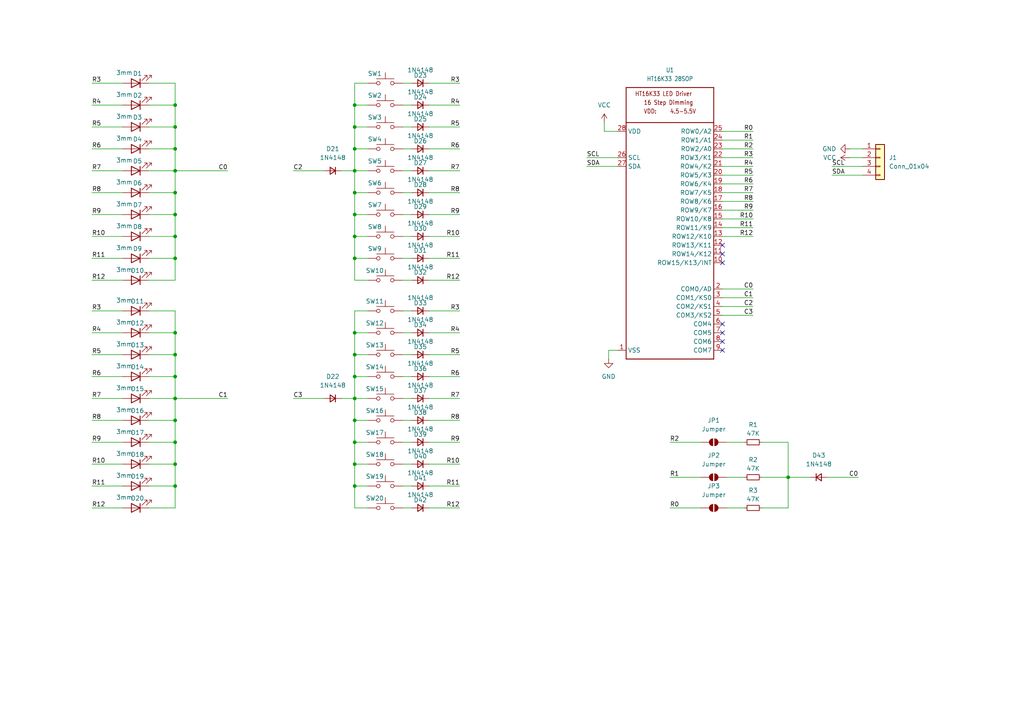
<source format=kicad_sch>
(kicad_sch (version 20231120) (generator "eeschema") (generator_version "8.0")
  (paper "A4")
  (lib_symbols
    (symbol "Connector_Generic:Conn_01x04" (pin_names (offset 1.016) hide)
      (property "Reference" "J" (at 0 5.08 0))
      (property "Value" "Conn_01x04" (at 0 -7.62 0))
      (symbol "Conn_01x04_1_1"
        (rectangle (start -1.27 -4.953) (end 0 -5.207) (stroke (width 0.1524)))
        (rectangle (start -1.27 -2.413) (end 0 -2.667) (stroke (width 0.1524)))
        (rectangle (start -1.27 0.127) (end 0 -0.127) (stroke (width 0.1524)))
        (rectangle (start -1.27 2.667) (end 0 2.413) (stroke (width 0.1524)))
        (rectangle (start -1.27 3.81) (end 1.27 -6.35) (stroke (width 0.254)) (fill (type background)))
        (pin passive line (at -5.08 2.54 0) (length 3.81) (name "Pin_1") (number "1"))
        (pin passive line (at -5.08 0 0) (length 3.81) (name "Pin_2") (number "2"))
        (pin passive line (at -5.08 -2.54 0) (length 3.81) (name "Pin_3") (number "3"))
        (pin passive line (at -5.08 -5.08 0) (length 3.81) (name "Pin_4") (number "4"))
      )
    )
    (symbol "Device:D_Small" (pin_numbers hide) (pin_names (offset 0.254) hide)
      (property "Reference" "D" (at -1.27 2.032 0))
      (property "Value" "D_Small" (at -3.81 -2.032 0))
      (symbol "D_Small_0_1"
        (polyline (pts (xy -0.762 -1.016) (xy -0.762 1.016)) (stroke (width 0.254)))
        (polyline (pts (xy -0.762 0) (xy 0.762 0)))
        (polyline (pts (xy 0.762 -1.016) (xy -0.762 0) (xy 0.762 1.016) (xy 0.762 -1.016)) (stroke (width 0.254)))
      )
      (symbol "D_Small_1_1"
        (pin passive line (at -2.54 0 0) (length 1.778) (name "K") (number "1"))
        (pin passive line (at 2.54 0 180) (length 1.778) (name "A") (number "2"))
      )
    )
    (symbol "Device:LED" (pin_numbers hide) (pin_names (offset 1.016) hide)
      (property "Reference" "D" (at 0 2.54 0))
      (property "Value" "LED" (at 0 -2.54 0))
      (symbol "LED_0_1"
        (polyline (pts (xy -1.27 -1.27) (xy -1.27 1.27)) (stroke (width 0.254)))
        (polyline (pts (xy -1.27 0) (xy 1.27 0)))
        (polyline (pts (xy 1.27 -1.27) (xy 1.27 1.27) (xy -1.27 0) (xy 1.27 -1.27)) (stroke (width 0.254)))
        (polyline (pts (xy -3.048 -0.762) (xy -4.572 -2.286) (xy -3.81 -2.286) (xy -4.572 -2.286) (xy -4.572 -1.524)))
        (polyline (pts (xy -1.778 -0.762) (xy -3.302 -2.286) (xy -2.54 -2.286) (xy -3.302 -2.286) (xy -3.302 -1.524)))
      )
      (symbol "LED_1_1"
        (pin passive line (at -3.81 0 0) (length 2.54) (name "K") (number "1"))
        (pin passive line (at 3.81 0 180) (length 2.54) (name "A") (number "2"))
      )
    )
    (symbol "Device:R_Small" (pin_numbers hide) (pin_names (offset 0.254) hide)
      (property "Reference" "R" (at 0.762 0.508 0))
      (property "Value" "R_Small" (at 0.762 -1.016 0))
      (symbol "R_Small_0_1"
        (rectangle (start -0.762 1.778) (end 0.762 -1.778) (stroke (width 0.2032)))
      )
      (symbol "R_Small_1_1"
        (pin passive line (at 0 2.54 270) (length 0.762) (name "~") (number "1"))
        (pin passive line (at 0 -2.54 90) (length 0.762) (name "~") (number "2"))
      )
    )
    (symbol "Jumper:SolderJumper_2_Open" (pin_numbers hide) (pin_names (offset 0) hide) (exclude_from_sim yes) (in_bom no)
      (property "Reference" "JP" (at 0 2.032 0))
      (property "Value" "SolderJumper_2_Open" (at 0 -2.54 0))
      (symbol "SolderJumper_2_Open_0_1"
        (arc (start -0.254 1.016) (mid -1.2656 0) (end -0.254 -1.016))
        (arc (start -0.254 1.016) (mid -1.2656 0) (end -0.254 -1.016) (fill (type outline)))
        (polyline (pts (xy -0.254 1.016) (xy -0.254 -1.016)))
        (polyline (pts (xy 0.254 1.016) (xy 0.254 -1.016)))
        (arc (start 0.254 -1.016) (mid 1.2656 0) (end 0.254 1.016))
        (arc (start 0.254 -1.016) (mid 1.2656 0) (end 0.254 1.016) (fill (type outline)))
      )
      (symbol "SolderJumper_2_Open_1_1"
        (pin passive line (at -3.81 0 0) (length 2.54) (name "A") (number "1"))
        (pin passive line (at 3.81 0 180) (length 2.54) (name "B") (number "2"))
      )
    )
    (symbol "Switch:SW_Push" (pin_numbers hide) (pin_names (offset 1.016) hide)
      (property "Reference" "SW" (at 1.27 2.54 0))
      (property "Value" "SW_Push" (at 0 -1.524 0))
      (symbol "SW_Push_0_1"
        (circle (center -2.032 0) (radius 0.508))
        (polyline (pts (xy 0 1.27) (xy 0 3.048)))
        (polyline (pts (xy 2.54 1.27) (xy -2.54 1.27)))
        (circle (center 2.032 0) (radius 0.508))
        (pin passive line (at -5.08 0 0) (length 2.54) (name "1") (number "1"))
        (pin passive line (at 5.08 0 180) (length 2.54) (name "2") (number "2"))
      )
    )
    (symbol "ht16k33_sop28:HT16K33_SOP28"
      (property "Reference" "U1" (at -12.7 40.64 0))
      (property "Value" "HT16K33 28SOP" (at -12.7 -43.18 0))
      (symbol "HT16K33_SOP28_1_0"
        (polyline (pts (xy -12.7 -40.64) (xy -12.7 27.94)) (stroke (width 0.254)))
        (polyline (pts (xy -12.7 27.94) (xy -12.7 38.1)) (stroke (width 0.254)))
        (polyline (pts (xy -12.7 27.94) (xy 12.7 27.94)) (stroke (width 0.254)))
        (polyline (pts (xy -12.7 38.1) (xy 12.7 38.1)) (stroke (width 0.254)))
        (polyline (pts (xy 12.7 -40.64) (xy -12.7 -40.64)) (stroke (width 0.254)))
        (polyline (pts (xy 12.7 38.1) (xy 12.7 -40.64)) (stroke (width 0.254)))
        (text "16 Step Dimming" (at -7.62 33.02 0) (effects (font (size 1.27 1.0795)) (justify left bottom)))
        (text "4.5-5.5V" (at 0 30.48 0) (effects (font (size 1.27 1.0795)) (justify left bottom)))
        (text "HT16K33 LED Driver" (at -10.16 35.56 0) (effects (font (size 1.27 1.0795)) (justify left bottom)))
        (text "VDD:" (at -7.62 30.48 0) (effects (font (size 1.27 1.0795)) (justify left bottom)))
        (pin bidirectional line (at -15.24 -38.1 0) (length 2.54) (name "VSS") (number "1"))
        (pin bidirectional line (at 15.24 -12.7 180) (length 2.54) (name "ROW15/K13/INT") (number "10"))
        (pin bidirectional line (at 15.24 -10.16 180) (length 2.54) (name "ROW14/K12") (number "11"))
        (pin bidirectional line (at 15.24 -7.62 180) (length 2.54) (name "ROW13/K11") (number "12"))
        (pin bidirectional line (at 15.24 -5.08 180) (length 2.54) (name "ROW12/K10") (number "13"))
        (pin bidirectional line (at 15.24 -2.54 180) (length 2.54) (name "ROW11/K9") (number "14"))
        (pin bidirectional line (at 15.24 0 180) (length 2.54) (name "ROW10/K8") (number "15"))
        (pin bidirectional line (at 15.24 2.54 180) (length 2.54) (name "ROW9/K7") (number "16"))
        (pin bidirectional line (at 15.24 5.08 180) (length 2.54) (name "ROW8/K6") (number "17"))
        (pin bidirectional line (at 15.24 7.62 180) (length 2.54) (name "ROW7/K5") (number "18"))
        (pin bidirectional line (at 15.24 10.16 180) (length 2.54) (name "ROW6/K4") (number "19"))
        (pin bidirectional line (at 15.24 -20.32 180) (length 2.54) (name "COM0/AD") (number "2"))
        (pin bidirectional line (at 15.24 12.7 180) (length 2.54) (name "ROW5/K3") (number "20"))
        (pin bidirectional line (at 15.24 15.24 180) (length 2.54) (name "ROW4/K2") (number "21"))
        (pin bidirectional line (at 15.24 17.78 180) (length 2.54) (name "ROW3/K1") (number "22"))
        (pin bidirectional line (at 15.24 20.32 180) (length 2.54) (name "ROW2/A0") (number "23"))
        (pin bidirectional line (at 15.24 22.86 180) (length 2.54) (name "ROW1/A1") (number "24"))
        (pin bidirectional line (at 15.24 25.4 180) (length 2.54) (name "ROW0/A2") (number "25"))
        (pin bidirectional line (at -15.24 17.78 0) (length 2.54) (name "SCL") (number "26"))
        (pin bidirectional line (at -15.24 15.24 0) (length 2.54) (name "SDA") (number "27"))
        (pin bidirectional line (at -15.24 25.4 0) (length 2.54) (name "VDD") (number "28"))
        (pin bidirectional line (at 15.24 -22.86 180) (length 2.54) (name "COM1/KS0") (number "3"))
        (pin bidirectional line (at 15.24 -25.4 180) (length 2.54) (name "COM2/KS1") (number "4"))
        (pin bidirectional line (at 15.24 -27.94 180) (length 2.54) (name "COM3/KS2") (number "5"))
        (pin bidirectional line (at 15.24 -30.48 180) (length 2.54) (name "COM4") (number "6"))
        (pin bidirectional line (at 15.24 -33.02 180) (length 2.54) (name "COM5") (number "7"))
        (pin bidirectional line (at 15.24 -35.56 180) (length 2.54) (name "COM6") (number "8"))
        (pin bidirectional line (at 15.24 -38.1 180) (length 2.54) (name "COM7") (number "9"))
      )
    )
    (symbol "power:GND" (power) (pin_numbers hide) (pin_names (offset 0) hide)
      (property "Value" "GND" (at 0 -3.81 0))
      (symbol "GND_0_1"
        (polyline (pts (xy 0 0) (xy 0 -1.27) (xy 1.27 -1.27) (xy 0 -2.54) (xy -1.27 -1.27) (xy 0 -1.27)))
      )
      (symbol "GND_1_1"
        (pin power_in line (at 0 0 270) (length 0) (name "~") (number "1"))
      )
    )
    (symbol "power:VCC" (power) (pin_numbers hide) (pin_names (offset 0) hide)
      (property "Value" "VCC" (at 0 3.556 0))
      (symbol "VCC_0_1"
        (polyline (pts (xy -0.762 1.27) (xy 0 2.54)))
        (polyline (pts (xy 0 0) (xy 0 2.54)))
        (polyline (pts (xy 0 2.54) (xy 0.762 1.27)))
      )
      (symbol "VCC_1_1"
        (pin power_in line (at 0 0 90) (length 0) (name "~") (number "1"))
      )
    )
  )
  (junction (at 50.8 96.52))
  (junction (at 50.8 55.88))
  (junction (at 50.8 140.97))
  (junction (at 50.8 36.83))
  (junction (at 102.87 49.53))
  (junction (at 50.8 109.22))
  (junction (at 50.8 115.57))
  (junction (at 102.87 109.22))
  (junction (at 102.87 128.27))
  (junction (at 50.8 121.92))
  (junction (at 102.87 62.23))
  (junction (at 50.8 102.87))
  (junction (at 50.8 74.93))
  (junction (at 102.87 102.87))
  (junction (at 102.87 121.92))
  (junction (at 50.8 128.27))
  (junction (at 50.8 62.23))
  (junction (at 102.87 55.88))
  (junction (at 228.6 138.43))
  (junction (at 50.8 43.18))
  (junction (at 50.8 30.48))
  (junction (at 102.87 30.48))
  (junction (at 102.87 115.57))
  (junction (at 50.8 49.53))
  (junction (at 102.87 96.52))
  (junction (at 102.87 68.58))
  (junction (at 102.87 140.97))
  (junction (at 102.87 74.93))
  (junction (at 50.8 134.62))
  (junction (at 102.87 134.62))
  (junction (at 102.87 36.83))
  (junction (at 102.87 43.18))
  (junction (at 50.8 68.58))
  (no_connect (at 209.55 76.2))
  (no_connect (at 209.55 93.98))
  (no_connect (at 209.55 73.66))
  (no_connect (at 209.55 71.12))
  (no_connect (at 209.55 99.06))
  (no_connect (at 209.55 101.6))
  (no_connect (at 209.55 96.52))
  (wire (pts (xy 106.68 74.93) (xy 102.87 74.93)))
  (wire (pts (xy 102.87 43.18) (xy 102.87 49.53)))
  (wire (pts (xy 102.87 74.93) (xy 102.87 68.58)))
  (wire (pts (xy 102.87 81.28) (xy 102.87 74.93)))
  (wire (pts (xy 50.8 90.17) (xy 50.8 96.52)))
  (wire (pts (xy 106.68 55.88) (xy 102.87 55.88)))
  (wire (pts (xy 50.8 49.53) (xy 66.04 49.53)))
  (wire (pts (xy 43.18 68.58) (xy 50.8 68.58)))
  (wire (pts (xy 179.07 38.1) (xy 175.26 38.1)))
  (wire (pts (xy 106.68 128.27) (xy 102.87 128.27)))
  (wire (pts (xy 228.6 147.32) (xy 228.6 138.43)))
  (wire (pts (xy 209.55 38.1) (xy 218.44 38.1)))
  (wire (pts (xy 124.46 30.48) (xy 133.35 30.48)))
  (wire (pts (xy 35.56 68.58) (xy 26.67 68.58)))
  (wire (pts (xy 106.68 36.83) (xy 102.87 36.83)))
  (wire (pts (xy 124.46 49.53) (xy 133.35 49.53)))
  (wire (pts (xy 175.26 38.1) (xy 175.26 35.56)))
  (wire (pts (xy 116.84 30.48) (xy 119.38 30.48)))
  (wire (pts (xy 106.68 30.48) (xy 102.87 30.48)))
  (wire (pts (xy 43.18 90.17) (xy 50.8 90.17)))
  (wire (pts (xy 124.46 36.83) (xy 133.35 36.83)))
  (wire (pts (xy 102.87 128.27) (xy 102.87 121.92)))
  (wire (pts (xy 50.8 128.27) (xy 50.8 121.92)))
  (wire (pts (xy 250.19 50.8) (xy 241.3 50.8)))
  (wire (pts (xy 106.68 90.17) (xy 102.87 90.17)))
  (wire (pts (xy 209.55 83.82) (xy 218.44 83.82)))
  (wire (pts (xy 124.46 128.27) (xy 133.35 128.27)))
  (wire (pts (xy 209.55 60.96) (xy 218.44 60.96)))
  (wire (pts (xy 43.18 30.48) (xy 50.8 30.48)))
  (wire (pts (xy 102.87 36.83) (xy 102.87 43.18)))
  (wire (pts (xy 50.8 30.48) (xy 50.8 36.83)))
  (wire (pts (xy 102.87 102.87) (xy 102.87 109.22)))
  (wire (pts (xy 50.8 134.62) (xy 50.8 128.27)))
  (wire (pts (xy 50.8 109.22) (xy 50.8 115.57)))
  (wire (pts (xy 50.8 24.13) (xy 50.8 30.48)))
  (wire (pts (xy 116.84 96.52) (xy 119.38 96.52)))
  (wire (pts (xy 116.84 36.83) (xy 119.38 36.83)))
  (wire (pts (xy 210.82 128.27) (xy 215.9 128.27)))
  (wire (pts (xy 43.18 55.88) (xy 50.8 55.88)))
  (wire (pts (xy 50.8 102.87) (xy 50.8 109.22)))
  (wire (pts (xy 35.56 109.22) (xy 26.67 109.22)))
  (wire (pts (xy 203.2 128.27) (xy 194.31 128.27)))
  (wire (pts (xy 35.56 140.97) (xy 26.67 140.97)))
  (wire (pts (xy 116.84 115.57) (xy 119.38 115.57)))
  (wire (pts (xy 35.56 36.83) (xy 26.67 36.83)))
  (wire (pts (xy 209.55 63.5) (xy 218.44 63.5)))
  (wire (pts (xy 50.8 147.32) (xy 50.8 140.97)))
  (wire (pts (xy 210.82 138.43) (xy 215.9 138.43)))
  (wire (pts (xy 209.55 55.88) (xy 218.44 55.88)))
  (wire (pts (xy 116.84 128.27) (xy 119.38 128.27)))
  (wire (pts (xy 209.55 86.36) (xy 218.44 86.36)))
  (wire (pts (xy 250.19 48.26) (xy 241.3 48.26)))
  (wire (pts (xy 85.09 49.53) (xy 93.98 49.53)))
  (wire (pts (xy 124.46 96.52) (xy 133.35 96.52)))
  (wire (pts (xy 50.8 140.97) (xy 50.8 134.62)))
  (wire (pts (xy 106.68 81.28) (xy 102.87 81.28)))
  (wire (pts (xy 116.84 24.13) (xy 119.38 24.13)))
  (wire (pts (xy 228.6 138.43) (xy 234.95 138.43)))
  (wire (pts (xy 102.87 24.13) (xy 102.87 30.48)))
  (wire (pts (xy 35.56 134.62) (xy 26.67 134.62)))
  (wire (pts (xy 43.18 43.18) (xy 50.8 43.18)))
  (wire (pts (xy 116.84 68.58) (xy 119.38 68.58)))
  (wire (pts (xy 102.87 68.58) (xy 102.87 62.23)))
  (wire (pts (xy 35.56 81.28) (xy 26.67 81.28)))
  (wire (pts (xy 50.8 55.88) (xy 50.8 49.53)))
  (wire (pts (xy 179.07 45.72) (xy 170.18 45.72)))
  (wire (pts (xy 35.56 147.32) (xy 26.67 147.32)))
  (wire (pts (xy 106.68 121.92) (xy 102.87 121.92)))
  (wire (pts (xy 116.84 62.23) (xy 119.38 62.23)))
  (wire (pts (xy 124.46 81.28) (xy 133.35 81.28)))
  (wire (pts (xy 116.84 81.28) (xy 119.38 81.28)))
  (wire (pts (xy 35.56 30.48) (xy 26.67 30.48)))
  (wire (pts (xy 102.87 140.97) (xy 102.87 134.62)))
  (wire (pts (xy 50.8 81.28) (xy 50.8 74.93)))
  (wire (pts (xy 209.55 68.58) (xy 218.44 68.58)))
  (wire (pts (xy 228.6 128.27) (xy 228.6 138.43)))
  (wire (pts (xy 35.56 128.27) (xy 26.67 128.27)))
  (wire (pts (xy 35.56 74.93) (xy 26.67 74.93)))
  (wire (pts (xy 203.2 138.43) (xy 194.31 138.43)))
  (wire (pts (xy 43.18 24.13) (xy 50.8 24.13)))
  (wire (pts (xy 43.18 62.23) (xy 50.8 62.23)))
  (wire (pts (xy 106.68 140.97) (xy 102.87 140.97)))
  (wire (pts (xy 116.84 90.17) (xy 119.38 90.17)))
  (wire (pts (xy 209.55 45.72) (xy 218.44 45.72)))
  (wire (pts (xy 43.18 49.53) (xy 50.8 49.53)))
  (wire (pts (xy 124.46 140.97) (xy 133.35 140.97)))
  (wire (pts (xy 209.55 88.9) (xy 218.44 88.9)))
  (wire (pts (xy 210.82 147.32) (xy 215.9 147.32)))
  (wire (pts (xy 124.46 90.17) (xy 133.35 90.17)))
  (wire (pts (xy 43.18 134.62) (xy 50.8 134.62)))
  (wire (pts (xy 50.8 96.52) (xy 50.8 102.87)))
  (wire (pts (xy 50.8 43.18) (xy 50.8 49.53)))
  (wire (pts (xy 43.18 74.93) (xy 50.8 74.93)))
  (wire (pts (xy 50.8 62.23) (xy 50.8 55.88)))
  (wire (pts (xy 124.46 74.93) (xy 133.35 74.93)))
  (wire (pts (xy 43.18 128.27) (xy 50.8 128.27)))
  (wire (pts (xy 124.46 115.57) (xy 133.35 115.57)))
  (wire (pts (xy 102.87 147.32) (xy 102.87 140.97)))
  (wire (pts (xy 43.18 147.32) (xy 50.8 147.32)))
  (wire (pts (xy 43.18 115.57) (xy 50.8 115.57)))
  (wire (pts (xy 209.55 91.44) (xy 218.44 91.44)))
  (wire (pts (xy 102.87 55.88) (xy 102.87 49.53)))
  (wire (pts (xy 176.53 101.6) (xy 176.53 104.14)))
  (wire (pts (xy 246.38 43.18) (xy 250.19 43.18)))
  (wire (pts (xy 50.8 74.93) (xy 50.8 68.58)))
  (wire (pts (xy 124.46 55.88) (xy 133.35 55.88)))
  (wire (pts (xy 124.46 102.87) (xy 133.35 102.87)))
  (wire (pts (xy 209.55 50.8) (xy 218.44 50.8)))
  (wire (pts (xy 106.68 62.23) (xy 102.87 62.23)))
  (wire (pts (xy 43.18 102.87) (xy 50.8 102.87)))
  (wire (pts (xy 106.68 43.18) (xy 102.87 43.18)))
  (wire (pts (xy 116.84 121.92) (xy 119.38 121.92)))
  (wire (pts (xy 35.56 43.18) (xy 26.67 43.18)))
  (wire (pts (xy 43.18 36.83) (xy 50.8 36.83)))
  (wire (pts (xy 106.68 24.13) (xy 102.87 24.13)))
  (wire (pts (xy 124.46 134.62) (xy 133.35 134.62)))
  (wire (pts (xy 116.84 49.53) (xy 119.38 49.53)))
  (wire (pts (xy 209.55 58.42) (xy 218.44 58.42)))
  (wire (pts (xy 35.56 90.17) (xy 26.67 90.17)))
  (wire (pts (xy 116.84 55.88) (xy 119.38 55.88)))
  (wire (pts (xy 102.87 90.17) (xy 102.87 96.52)))
  (wire (pts (xy 209.55 48.26) (xy 218.44 48.26)))
  (wire (pts (xy 179.07 101.6) (xy 176.53 101.6)))
  (wire (pts (xy 106.68 96.52) (xy 102.87 96.52)))
  (wire (pts (xy 102.87 134.62) (xy 102.87 128.27)))
  (wire (pts (xy 35.56 115.57) (xy 26.67 115.57)))
  (wire (pts (xy 220.98 147.32) (xy 228.6 147.32)))
  (wire (pts (xy 102.87 30.48) (xy 102.87 36.83)))
  (wire (pts (xy 106.68 102.87) (xy 102.87 102.87)))
  (wire (pts (xy 220.98 138.43) (xy 228.6 138.43)))
  (wire (pts (xy 43.18 140.97) (xy 50.8 140.97)))
  (wire (pts (xy 35.56 96.52) (xy 26.67 96.52)))
  (wire (pts (xy 179.07 48.26) (xy 170.18 48.26)))
  (wire (pts (xy 43.18 109.22) (xy 50.8 109.22)))
  (wire (pts (xy 124.46 109.22) (xy 133.35 109.22)))
  (wire (pts (xy 106.68 109.22) (xy 102.87 109.22)))
  (wire (pts (xy 124.46 121.92) (xy 133.35 121.92)))
  (wire (pts (xy 220.98 128.27) (xy 228.6 128.27)))
  (wire (pts (xy 116.84 102.87) (xy 119.38 102.87)))
  (wire (pts (xy 35.56 102.87) (xy 26.67 102.87)))
  (wire (pts (xy 209.55 66.04) (xy 218.44 66.04)))
  (wire (pts (xy 50.8 115.57) (xy 66.04 115.57)))
  (wire (pts (xy 43.18 81.28) (xy 50.8 81.28)))
  (wire (pts (xy 35.56 24.13) (xy 26.67 24.13)))
  (wire (pts (xy 116.84 134.62) (xy 119.38 134.62)))
  (wire (pts (xy 102.87 115.57) (xy 106.68 115.57)))
  (wire (pts (xy 116.84 43.18) (xy 119.38 43.18)))
  (wire (pts (xy 106.68 68.58) (xy 102.87 68.58)))
  (wire (pts (xy 102.87 62.23) (xy 102.87 55.88)))
  (wire (pts (xy 240.03 138.43) (xy 248.92 138.43)))
  (wire (pts (xy 203.2 147.32) (xy 194.31 147.32)))
  (wire (pts (xy 116.84 109.22) (xy 119.38 109.22)))
  (wire (pts (xy 102.87 96.52) (xy 102.87 102.87)))
  (wire (pts (xy 124.46 147.32) (xy 133.35 147.32)))
  (wire (pts (xy 99.06 49.53) (xy 102.87 49.53)))
  (wire (pts (xy 85.09 115.57) (xy 93.98 115.57)))
  (wire (pts (xy 124.46 68.58) (xy 133.35 68.58)))
  (wire (pts (xy 124.46 43.18) (xy 133.35 43.18)))
  (wire (pts (xy 102.87 109.22) (xy 102.87 115.57)))
  (wire (pts (xy 106.68 134.62) (xy 102.87 134.62)))
  (wire (pts (xy 35.56 121.92) (xy 26.67 121.92)))
  (wire (pts (xy 102.87 49.53) (xy 106.68 49.53)))
  (wire (pts (xy 50.8 68.58) (xy 50.8 62.23)))
  (wire (pts (xy 209.55 43.18) (xy 218.44 43.18)))
  (wire (pts (xy 50.8 121.92) (xy 50.8 115.57)))
  (wire (pts (xy 209.55 40.64) (xy 218.44 40.64)))
  (wire (pts (xy 102.87 121.92) (xy 102.87 115.57)))
  (wire (pts (xy 116.84 147.32) (xy 119.38 147.32)))
  (wire (pts (xy 35.56 62.23) (xy 26.67 62.23)))
  (wire (pts (xy 35.56 49.53) (xy 26.67 49.53)))
  (wire (pts (xy 99.06 115.57) (xy 102.87 115.57)))
  (wire (pts (xy 35.56 55.88) (xy 26.67 55.88)))
  (wire (pts (xy 116.84 74.93) (xy 119.38 74.93)))
  (wire (pts (xy 43.18 96.52) (xy 50.8 96.52)))
  (wire (pts (xy 43.18 121.92) (xy 50.8 121.92)))
  (wire (pts (xy 209.55 53.34) (xy 218.44 53.34)))
  (wire (pts (xy 116.84 140.97) (xy 119.38 140.97)))
  (wire (pts (xy 124.46 24.13) (xy 133.35 24.13)))
  (wire (pts (xy 246.38 45.72) (xy 250.19 45.72)))
  (wire (pts (xy 50.8 36.83) (xy 50.8 43.18)))
  (wire (pts (xy 106.68 147.32) (xy 102.87 147.32)))
  (wire (pts (xy 124.46 62.23) (xy 133.35 62.23)))
  (label "R5" (at 218.44 50.8 180))
  (label "R6" (at 26.67 109.22 0))
  (label "SDA" (at 170.18 48.26 0))
  (label "R7" (at 26.67 115.57 0))
  (label "C2" (at 85.09 49.53 0))
  (label "R7" (at 133.35 115.57 180))
  (label "R11" (at 133.35 74.93 180))
  (label "SCL" (at 241.3 48.26 0))
  (label "R9" (at 133.35 128.27 180))
  (label "R8" (at 26.67 121.92 0))
  (label "R12" (at 26.67 147.32 0))
  (label "R6" (at 133.35 43.18 180))
  (label "R10" (at 218.44 63.5 180))
  (label "R12" (at 133.35 81.28 180))
  (label "R12" (at 218.44 68.58 180))
  (label "R4" (at 133.35 96.52 180))
  (label "SCL" (at 170.18 45.72 0))
  (label "R12" (at 26.67 81.28 0))
  (label "R1" (at 194.31 138.43 0))
  (label "R10" (at 26.67 134.62 0))
  (label "R11" (at 218.44 66.04 180))
  (label "R6" (at 218.44 53.34 180))
  (label "R8" (at 218.44 58.42 180))
  (label "C3" (at 218.44 91.44 180))
  (label "C0" (at 248.92 138.43 180))
  (label "R0" (at 194.31 147.32 0))
  (label "R10" (at 133.35 68.58 180))
  (label "R8" (at 133.35 121.92 180))
  (label "R5" (at 26.67 36.83 0))
  (label "R12" (at 133.35 147.32 180))
  (label "C0" (at 218.44 83.82 180))
  (label "R8" (at 133.35 55.88 180))
  (label "R5" (at 133.35 102.87 180))
  (label "R1" (at 218.44 40.64 180))
  (label "C1" (at 218.44 86.36 180))
  (label "R10" (at 133.35 134.62 180))
  (label "R3" (at 133.35 90.17 180))
  (label "R2" (at 218.44 43.18 180))
  (label "R8" (at 26.67 55.88 0))
  (label "C3" (at 85.09 115.57 0))
  (label "R4" (at 26.67 30.48 0))
  (label "R5" (at 26.67 102.87 0))
  (label "R5" (at 133.35 36.83 180))
  (label "R7" (at 218.44 55.88 180))
  (label "R10" (at 26.67 68.58 0))
  (label "R9" (at 26.67 62.23 0))
  (label "R6" (at 133.35 109.22 180))
  (label "R3" (at 218.44 45.72 180))
  (label "R9" (at 26.67 128.27 0))
  (label "R11" (at 26.67 140.97 0))
  (label "R9" (at 133.35 62.23 180))
  (label "R7" (at 26.67 49.53 0))
  (label "R3" (at 133.35 24.13 180))
  (label "R0" (at 218.44 38.1 180))
  (label "R11" (at 26.67 74.93 0))
  (label "R9" (at 218.44 60.96 180))
  (label "C0" (at 66.04 49.53 180))
  (label "R3" (at 26.67 90.17 0))
  (label "R4" (at 133.35 30.48 180))
  (label "R4" (at 26.67 96.52 0))
  (label "R6" (at 26.67 43.18 0))
  (label "R11" (at 133.35 140.97 180))
  (label "R3" (at 26.67 24.13 0))
  (label "C1" (at 66.04 115.57 180))
  (label "R4" (at 218.44 48.26 180))
  (label "SDA" (at 241.3 50.8 0))
  (label "R7" (at 133.35 49.53 180))
  (label "C2" (at 218.44 88.9 180))
  (label "R2" (at 194.31 128.27 0))
  (symbol (lib_id "Switch:SW_Push") (at 111.76 140.97 0) (unit 1)
    (property "Reference" "SW19" (at 108.712 138.176 0))
    (property "Value" "SW_Push" (effects (hide yes)))
    (property "Footprint" "Button_Switch_THT:SW_PUSH_6mm_H5mm" (effects (hide yes)))
    (property "Description" "Push button switch, generic, two pins" (effects (hide yes)))
  )
  (symbol (lib_id "Device:D_Small") (at 121.92 109.22 180) (unit 1)
    (property "Reference" "D36" (at 121.92 106.934 0))
    (property "Value" "1N4148" (at 121.92 105.41 0))
    (property "Footprint" "Diode_SMD:D_SOD-123" (effects (hide yes)))
    (property "Description" "Diode, small symbol" (effects (hide yes)))
    (property "Sim.Device" "D" (effects (hide yes)))
    (property "Sim.Pins" "1=K 2=A" (effects (hide yes)))
  )
  (symbol (lib_id "Switch:SW_Push") (at 111.76 36.83 0) (unit 1)
    (property "Reference" "SW3" (at 108.712 34.036 0))
    (property "Value" "SW_Push" (effects (hide yes)))
    (property "Footprint" "Button_Switch_THT:SW_PUSH_6mm_H5mm" (effects (hide yes)))
    (property "Description" "Push button switch, generic, two pins" (effects (hide yes)))
  )
  (symbol (lib_id "Switch:SW_Push") (at 111.76 24.13 0) (unit 1)
    (property "Reference" "SW1" (at 108.712 21.336 0))
    (property "Value" "SW_Push" (effects (hide yes)))
    (property "Footprint" "Button_Switch_THT:SW_PUSH_6mm_H5mm" (effects (hide yes)))
    (property "Description" "Push button switch, generic, two pins" (effects (hide yes)))
  )
  (symbol (lib_id "Device:R_Small") (at 218.44 128.27 270) (unit 1)
    (property "Reference" "R1" (at 218.44 123.19 90))
    (property "Value" "47K" (at 218.44 125.73 90))
    (property "Footprint" "PCM_Resistor_SMD_AKL:R_0805_2012Metric_Pad1.15x1.40mm_HandSolder" (effects (hide yes)))
    (property "Description" "Resistor, small symbol" (effects (hide yes)))
  )
  (symbol (lib_id "Device:D_Small") (at 121.92 134.62 180) (unit 1)
    (property "Reference" "D40" (at 121.92 132.334 0))
    (property "Value" "1N4148" (at 121.92 130.81 0))
    (property "Footprint" "Diode_SMD:D_SOD-123" (effects (hide yes)))
    (property "Description" "Diode, small symbol" (effects (hide yes)))
    (property "Sim.Device" "D" (effects (hide yes)))
    (property "Sim.Pins" "1=K 2=A" (effects (hide yes)))
  )
  (symbol (lib_id "Jumper:SolderJumper_2_Open") (at 207.01 138.43 0) (unit 1) (exclude_from_sim yes) (in_bom no)
    (property "Reference" "JP2" (at 207.01 132.08 0))
    (property "Value" "Jumper" (at 207.01 134.62 0))
    (property "Footprint" "Jumper:SolderJumper-2_P1.3mm_Open_RoundedPad1.0x1.5mm" (effects (hide yes)))
    (property "Description" "Solder Jumper, 2-pole, open" (effects (hide yes)))
  )
  (symbol (lib_id "Device:D_Small") (at 121.92 74.93 180) (unit 1)
    (property "Reference" "D31" (at 121.92 72.644 0))
    (property "Value" "1N4148" (at 121.92 71.12 0))
    (property "Footprint" "Diode_SMD:D_SOD-123" (effects (hide yes)))
    (property "Description" "Diode, small symbol" (effects (hide yes)))
    (property "Sim.Device" "D" (effects (hide yes)))
    (property "Sim.Pins" "1=K 2=A" (effects (hide yes)))
  )
  (symbol (lib_id "power:GND") (at 246.38 43.18 270) (unit 1)
    (property "Reference" "#PWR03" (effects (hide yes)))
    (property "Value" "GND" (at 242.57 43.1799 90) (effects (justify right)))
    (property "Description" "Power symbol creates a global label with name \"GND\" , ground" (effects (hide yes)))
  )
  (symbol (lib_id "Device:R_Small") (at 218.44 147.32 270) (unit 1)
    (property "Reference" "R3" (at 218.44 142.24 90))
    (property "Value" "47K" (at 218.44 144.78 90))
    (property "Footprint" "PCM_Resistor_SMD_AKL:R_0805_2012Metric_Pad1.15x1.40mm_HandSolder" (effects (hide yes)))
    (property "Description" "Resistor, small symbol" (effects (hide yes)))
  )
  (symbol (lib_id "Device:LED") (at 39.37 30.48 180) (unit 1)
    (property "Reference" "D2" (at 39.878 27.686 0))
    (property "Value" "3mm" (at 36.068 27.432 0))
    (property "Footprint" "LED_THT:LED_D3.0mm" (effects (hide yes)))
    (property "Description" "Light emitting diode" (effects (hide yes)))
  )
  (symbol (lib_id "power:VCC") (at 175.26 35.56 0) (unit 1)
    (property "Reference" "#PWR01" (effects (hide yes)))
    (property "Value" "VCC" (at 175.26 30.48 0))
    (property "Description" "Power symbol creates a global label with name \"VCC\"" (effects (hide yes)))
  )
  (symbol (lib_id "Switch:SW_Push") (at 111.76 30.48 0) (unit 1)
    (property "Reference" "SW2" (at 108.712 27.686 0))
    (property "Value" "SW_Push" (effects (hide yes)))
    (property "Footprint" "Button_Switch_THT:SW_PUSH_6mm_H5mm" (effects (hide yes)))
    (property "Description" "Push button switch, generic, two pins" (effects (hide yes)))
  )
  (symbol (lib_id "Switch:SW_Push") (at 111.76 49.53 0) (unit 1)
    (property "Reference" "SW5" (at 108.712 46.736 0))
    (property "Value" "SW_Push" (effects (hide yes)))
    (property "Footprint" "Button_Switch_THT:SW_PUSH_6mm_H5mm" (effects (hide yes)))
    (property "Description" "Push button switch, generic, two pins" (effects (hide yes)))
  )
  (symbol (lib_id "Device:D_Small") (at 121.92 49.53 180) (unit 1)
    (property "Reference" "D27" (at 121.92 47.244 0))
    (property "Value" "1N4148" (at 121.92 45.72 0))
    (property "Footprint" "Diode_SMD:D_SOD-123" (effects (hide yes)))
    (property "Description" "Diode, small symbol" (effects (hide yes)))
    (property "Sim.Device" "D" (effects (hide yes)))
    (property "Sim.Pins" "1=K 2=A" (effects (hide yes)))
  )
  (symbol (lib_id "Connector_Generic:Conn_01x04") (at 255.27 45.72 0) (unit 1)
    (property "Reference" "J1" (at 257.81 45.7199 0) (effects (justify left)))
    (property "Value" "Conn_01x04" (at 257.81 48.2599 0) (effects (justify left)))
    (property "Footprint" "Connector_Molex:Molex_KK-254_AE-6410-04A_1x04_P2.54mm_Vertical" (effects (hide yes)))
    (property "Description" "Generic connector, single row, 01x04, script generated (kicad-library-utils/schlib/autogen/connector/)" (effects (hide yes)))
  )
  (symbol (lib_id "Device:LED") (at 39.37 102.87 180) (unit 1)
    (property "Reference" "D13" (at 39.878 100.076 0))
    (property "Value" "3mm" (at 36.068 99.822 0))
    (property "Footprint" "LED_THT:LED_D3.0mm" (effects (hide yes)))
    (property "Description" "Light emitting diode" (effects (hide yes)))
  )
  (symbol (lib_id "Switch:SW_Push") (at 111.76 134.62 0) (unit 1)
    (property "Reference" "SW18" (at 108.712 131.826 0))
    (property "Value" "SW_Push" (effects (hide yes)))
    (property "Footprint" "Button_Switch_THT:SW_PUSH_6mm_H5mm" (effects (hide yes)))
    (property "Description" "Push button switch, generic, two pins" (effects (hide yes)))
  )
  (symbol (lib_id "Switch:SW_Push") (at 111.76 96.52 0) (unit 1)
    (property "Reference" "SW12" (at 108.712 93.726 0))
    (property "Value" "SW_Push" (effects (hide yes)))
    (property "Footprint" "Button_Switch_THT:SW_PUSH_6mm_H5mm" (effects (hide yes)))
    (property "Description" "Push button switch, generic, two pins" (effects (hide yes)))
  )
  (symbol (lib_id "Device:R_Small") (at 218.44 138.43 270) (unit 1)
    (property "Reference" "R2" (at 218.44 133.35 90))
    (property "Value" "47K" (at 218.44 135.89 90))
    (property "Footprint" "PCM_Resistor_SMD_AKL:R_0805_2012Metric_Pad1.15x1.40mm_HandSolder" (effects (hide yes)))
    (property "Description" "Resistor, small symbol" (effects (hide yes)))
  )
  (symbol (lib_id "Device:LED") (at 39.37 134.62 180) (unit 1)
    (property "Reference" "D18" (at 39.878 131.826 0))
    (property "Value" "3mm" (at 36.068 131.572 0))
    (property "Footprint" "LED_THT:LED_D3.0mm" (effects (hide yes)))
    (property "Description" "Light emitting diode" (effects (hide yes)))
  )
  (symbol (lib_id "Device:LED") (at 39.37 68.58 180) (unit 1)
    (property "Reference" "D8" (at 39.878 65.786 0))
    (property "Value" "3mm" (at 36.068 65.532 0))
    (property "Footprint" "LED_THT:LED_D3.0mm" (effects (hide yes)))
    (property "Description" "Light emitting diode" (effects (hide yes)))
  )
  (symbol (lib_id "Device:LED") (at 39.37 96.52 180) (unit 1)
    (property "Reference" "D12" (at 39.878 93.726 0))
    (property "Value" "3mm" (at 36.068 93.472 0))
    (property "Footprint" "LED_THT:LED_D3.0mm" (effects (hide yes)))
    (property "Description" "Light emitting diode" (effects (hide yes)))
  )
  (symbol (lib_id "Device:D_Small") (at 121.92 24.13 180) (unit 1)
    (property "Reference" "D23" (at 121.92 21.844 0))
    (property "Value" "1N4148" (at 121.92 20.32 0))
    (property "Footprint" "Diode_SMD:D_SOD-123" (effects (hide yes)))
    (property "Description" "Diode, small symbol" (effects (hide yes)))
    (property "Sim.Device" "D" (effects (hide yes)))
    (property "Sim.Pins" "1=K 2=A" (effects (hide yes)))
  )
  (symbol (lib_id "Device:D_Small") (at 121.92 90.17 180) (unit 1)
    (property "Reference" "D33" (at 121.92 87.884 0))
    (property "Value" "1N4148" (at 121.92 86.36 0))
    (property "Footprint" "Diode_SMD:D_SOD-123" (effects (hide yes)))
    (property "Description" "Diode, small symbol" (effects (hide yes)))
    (property "Sim.Device" "D" (effects (hide yes)))
    (property "Sim.Pins" "1=K 2=A" (effects (hide yes)))
  )
  (symbol (lib_id "Switch:SW_Push") (at 111.76 121.92 0) (unit 1)
    (property "Reference" "SW16" (at 108.712 119.126 0))
    (property "Value" "SW_Push" (effects (hide yes)))
    (property "Footprint" "Button_Switch_THT:SW_PUSH_6mm_H5mm" (effects (hide yes)))
    (property "Description" "Push button switch, generic, two pins" (effects (hide yes)))
  )
  (symbol (lib_id "Device:LED") (at 39.37 55.88 180) (unit 1)
    (property "Reference" "D6" (at 39.878 53.086 0))
    (property "Value" "3mm" (at 36.068 52.832 0))
    (property "Footprint" "LED_THT:LED_D3.0mm" (effects (hide yes)))
    (property "Description" "Light emitting diode" (effects (hide yes)))
  )
  (symbol (lib_id "Switch:SW_Push") (at 111.76 62.23 0) (unit 1)
    (property "Reference" "SW7" (at 108.712 59.436 0))
    (property "Value" "SW_Push" (effects (hide yes)))
    (property "Footprint" "Button_Switch_THT:SW_PUSH_6mm_H5mm" (effects (hide yes)))
    (property "Description" "Push button switch, generic, two pins" (effects (hide yes)))
  )
  (symbol (lib_id "Device:D_Small") (at 121.92 43.18 180) (unit 1)
    (property "Reference" "D26" (at 121.92 40.894 0))
    (property "Value" "1N4148" (at 121.92 39.37 0))
    (property "Footprint" "Diode_SMD:D_SOD-123" (effects (hide yes)))
    (property "Description" "Diode, small symbol" (effects (hide yes)))
    (property "Sim.Device" "D" (effects (hide yes)))
    (property "Sim.Pins" "1=K 2=A" (effects (hide yes)))
  )
  (symbol (lib_id "Jumper:SolderJumper_2_Open") (at 207.01 128.27 0) (unit 1) (exclude_from_sim yes) (in_bom no)
    (property "Reference" "JP1" (at 207.01 121.92 0))
    (property "Value" "Jumper" (at 207.01 124.46 0))
    (property "Footprint" "Jumper:SolderJumper-2_P1.3mm_Open_RoundedPad1.0x1.5mm" (effects (hide yes)))
    (property "Description" "Solder Jumper, 2-pole, open" (effects (hide yes)))
  )
  (symbol (lib_id "Device:D_Small") (at 121.92 147.32 180) (unit 1)
    (property "Reference" "D42" (at 121.92 145.034 0))
    (property "Value" "1N4148" (at 121.92 143.51 0))
    (property "Footprint" "Diode_SMD:D_SOD-123" (effects (hide yes)))
    (property "Description" "Diode, small symbol" (effects (hide yes)))
    (property "Sim.Device" "D" (effects (hide yes)))
    (property "Sim.Pins" "1=K 2=A" (effects (hide yes)))
  )
  (symbol (lib_id "Device:LED") (at 39.37 36.83 180) (unit 1)
    (property "Reference" "D3" (at 39.878 34.036 0))
    (property "Value" "3mm" (at 36.068 33.782 0))
    (property "Footprint" "LED_THT:LED_D3.0mm" (effects (hide yes)))
    (property "Description" "Light emitting diode" (effects (hide yes)))
  )
  (symbol (lib_id "Switch:SW_Push") (at 111.76 74.93 0) (unit 1)
    (property "Reference" "SW9" (at 108.712 72.136 0))
    (property "Value" "SW_Push" (effects (hide yes)))
    (property "Footprint" "Button_Switch_THT:SW_PUSH_6mm_H5mm" (effects (hide yes)))
    (property "Description" "Push button switch, generic, two pins" (effects (hide yes)))
  )
  (symbol (lib_id "Device:D_Small") (at 121.92 68.58 180) (unit 1)
    (property "Reference" "D30" (at 121.92 66.294 0))
    (property "Value" "1N4148" (at 121.92 64.77 0))
    (property "Footprint" "Diode_SMD:D_SOD-123" (effects (hide yes)))
    (property "Description" "Diode, small symbol" (effects (hide yes)))
    (property "Sim.Device" "D" (effects (hide yes)))
    (property "Sim.Pins" "1=K 2=A" (effects (hide yes)))
  )
  (symbol (lib_id "Switch:SW_Push") (at 111.76 81.28 0) (unit 1)
    (property "Reference" "SW10" (at 108.712 78.486 0))
    (property "Value" "SW_Push" (effects (hide yes)))
    (property "Footprint" "Button_Switch_THT:SW_PUSH_6mm_H5mm" (effects (hide yes)))
    (property "Description" "Push button switch, generic, two pins" (effects (hide yes)))
  )
  (symbol (lib_id "Device:LED") (at 39.37 43.18 180) (unit 1)
    (property "Reference" "D4" (at 39.878 40.386 0))
    (property "Value" "3mm" (at 36.068 40.132 0))
    (property "Footprint" "LED_THT:LED_D3.0mm" (effects (hide yes)))
    (property "Description" "Light emitting diode" (effects (hide yes)))
  )
  (symbol (lib_id "Device:LED") (at 39.37 49.53 180) (unit 1)
    (property "Reference" "D5" (at 39.878 46.736 0))
    (property "Value" "3mm" (at 36.068 46.482 0))
    (property "Footprint" "LED_THT:LED_D3.0mm" (effects (hide yes)))
    (property "Description" "Light emitting diode" (effects (hide yes)))
  )
  (symbol (lib_id "Switch:SW_Push") (at 111.76 128.27 0) (unit 1)
    (property "Reference" "SW17" (at 108.712 125.476 0))
    (property "Value" "SW_Push" (effects (hide yes)))
    (property "Footprint" "Button_Switch_THT:SW_PUSH_6mm_H5mm" (effects (hide yes)))
    (property "Description" "Push button switch, generic, two pins" (effects (hide yes)))
  )
  (symbol (lib_id "ht16k33_sop28:HT16K33_SOP28") (at 194.31 63.5 0) (unit 1)
    (property "Reference" "U1" (at 194.31 20.32 0) (effects (font (size 1.27 1.0795))))
    (property "Value" "HT16K33 28SOP" (at 194.31 22.86 0) (effects (font (size 1.27 1.0795))))
    (property "Footprint" "Package_SO:SOP-28_8.4x18.16mm_P1.27mm" (effects (hide yes)))
  )
  (symbol (lib_id "Device:D_Small") (at 121.92 36.83 180) (unit 1)
    (property "Reference" "D25" (at 121.92 34.544 0))
    (property "Value" "1N4148" (at 121.92 33.02 0))
    (property "Footprint" "Diode_SMD:D_SOD-123" (effects (hide yes)))
    (property "Description" "Diode, small symbol" (effects (hide yes)))
    (property "Sim.Device" "D" (effects (hide yes)))
    (property "Sim.Pins" "1=K 2=A" (effects (hide yes)))
  )
  (symbol (lib_id "Device:LED") (at 39.37 62.23 180) (unit 1)
    (property "Reference" "D7" (at 39.878 59.436 0))
    (property "Value" "3mm" (at 36.068 59.182 0))
    (property "Footprint" "LED_THT:LED_D3.0mm" (effects (hide yes)))
    (property "Description" "Light emitting diode" (effects (hide yes)))
  )
  (symbol (lib_id "Device:LED") (at 39.37 109.22 180) (unit 1)
    (property "Reference" "D14" (at 39.878 106.426 0))
    (property "Value" "3mm" (at 36.068 106.172 0))
    (property "Footprint" "LED_THT:LED_D3.0mm" (effects (hide yes)))
    (property "Description" "Light emitting diode" (effects (hide yes)))
  )
  (symbol (lib_id "Device:LED") (at 39.37 90.17 180) (unit 1)
    (property "Reference" "D11" (at 39.878 87.376 0))
    (property "Value" "3mm" (at 36.068 87.122 0))
    (property "Footprint" "LED_THT:LED_D3.0mm" (effects (hide yes)))
    (property "Description" "Light emitting diode" (effects (hide yes)))
  )
  (symbol (lib_id "Device:D_Small") (at 96.52 115.57 180) (unit 1)
    (property "Reference" "D22" (at 96.52 109.22 0))
    (property "Value" "1N4148" (at 96.52 111.76 0))
    (property "Footprint" "Diode_SMD:D_SOD-123" (effects (hide yes)))
    (property "Description" "Diode, small symbol" (effects (hide yes)))
    (property "Sim.Device" "D" (effects (hide yes)))
    (property "Sim.Pins" "1=K 2=A" (effects (hide yes)))
  )
  (symbol (lib_id "Device:LED") (at 39.37 147.32 180) (unit 1)
    (property "Reference" "D20" (at 39.878 144.526 0))
    (property "Value" "3mm" (at 36.068 144.272 0))
    (property "Footprint" "LED_THT:LED_D3.0mm" (effects (hide yes)))
    (property "Description" "Light emitting diode" (effects (hide yes)))
  )
  (symbol (lib_id "Switch:SW_Push") (at 111.76 115.57 0) (unit 1)
    (property "Reference" "SW15" (at 108.712 112.776 0))
    (property "Value" "SW_Push" (effects (hide yes)))
    (property "Footprint" "Button_Switch_THT:SW_PUSH_6mm_H5mm" (effects (hide yes)))
    (property "Description" "Push button switch, generic, two pins" (effects (hide yes)))
  )
  (symbol (lib_id "Device:D_Small") (at 96.52 49.53 180) (unit 1)
    (property "Reference" "D21" (at 96.52 43.18 0))
    (property "Value" "1N4148" (at 96.52 45.72 0))
    (property "Footprint" "Diode_SMD:D_SOD-123" (effects (hide yes)))
    (property "Description" "Diode, small symbol" (effects (hide yes)))
    (property "Sim.Device" "D" (effects (hide yes)))
    (property "Sim.Pins" "1=K 2=A" (effects (hide yes)))
  )
  (symbol (lib_id "Device:LED") (at 39.37 140.97 180) (unit 1)
    (property "Reference" "D19" (at 39.878 138.176 0))
    (property "Value" "3mm" (at 36.068 137.922 0))
    (property "Footprint" "LED_THT:LED_D3.0mm" (effects (hide yes)))
    (property "Description" "Light emitting diode" (effects (hide yes)))
  )
  (symbol (lib_id "Device:LED") (at 39.37 81.28 180) (unit 1)
    (property "Reference" "D10" (at 39.878 78.486 0))
    (property "Value" "3mm" (at 36.068 78.232 0))
    (property "Footprint" "LED_THT:LED_D3.0mm" (effects (hide yes)))
    (property "Description" "Light emitting diode" (effects (hide yes)))
  )
  (symbol (lib_id "Device:LED") (at 39.37 115.57 180) (unit 1)
    (property "Reference" "D15" (at 39.878 112.776 0))
    (property "Value" "3mm" (at 36.068 112.522 0))
    (property "Footprint" "LED_THT:LED_D3.0mm" (effects (hide yes)))
    (property "Description" "Light emitting diode" (effects (hide yes)))
  )
  (symbol (lib_id "Device:D_Small") (at 121.92 140.97 180) (unit 1)
    (property "Reference" "D41" (at 121.92 138.684 0))
    (property "Value" "1N4148" (at 121.92 137.16 0))
    (property "Footprint" "Diode_SMD:D_SOD-123" (effects (hide yes)))
    (property "Description" "Diode, small symbol" (effects (hide yes)))
    (property "Sim.Device" "D" (effects (hide yes)))
    (property "Sim.Pins" "1=K 2=A" (effects (hide yes)))
  )
  (symbol (lib_id "Device:LED") (at 39.37 24.13 180) (unit 1)
    (property "Reference" "D1" (at 39.878 21.336 0))
    (property "Value" "3mm" (at 36.068 21.082 0))
    (property "Footprint" "LED_THT:LED_D3.0mm" (effects (hide yes)))
    (property "Description" "Light emitting diode" (effects (hide yes)))
  )
  (symbol (lib_id "Device:D_Small") (at 121.92 115.57 180) (unit 1)
    (property "Reference" "D37" (at 121.92 113.284 0))
    (property "Value" "1N4148" (at 121.92 111.76 0))
    (property "Footprint" "Diode_SMD:D_SOD-123" (effects (hide yes)))
    (property "Description" "Diode, small symbol" (effects (hide yes)))
    (property "Sim.Device" "D" (effects (hide yes)))
    (property "Sim.Pins" "1=K 2=A" (effects (hide yes)))
  )
  (symbol (lib_id "Device:LED") (at 39.37 121.92 180) (unit 1)
    (property "Reference" "D16" (at 39.878 119.126 0))
    (property "Value" "3mm" (at 36.068 118.872 0))
    (property "Footprint" "LED_THT:LED_D3.0mm" (effects (hide yes)))
    (property "Description" "Light emitting diode" (effects (hide yes)))
  )
  (symbol (lib_id "Device:D_Small") (at 121.92 128.27 180) (unit 1)
    (property "Reference" "D39" (at 121.92 125.984 0))
    (property "Value" "1N4148" (at 121.92 124.46 0))
    (property "Footprint" "Diode_SMD:D_SOD-123" (effects (hide yes)))
    (property "Description" "Diode, small symbol" (effects (hide yes)))
    (property "Sim.Device" "D" (effects (hide yes)))
    (property "Sim.Pins" "1=K 2=A" (effects (hide yes)))
  )
  (symbol (lib_id "Device:LED") (at 39.37 74.93 180) (unit 1)
    (property "Reference" "D9" (at 39.878 72.136 0))
    (property "Value" "3mm" (at 36.068 71.882 0))
    (property "Footprint" "LED_THT:LED_D3.0mm" (effects (hide yes)))
    (property "Description" "Light emitting diode" (effects (hide yes)))
  )
  (symbol (lib_id "Switch:SW_Push") (at 111.76 90.17 0) (unit 1)
    (property "Reference" "SW11" (at 108.712 87.376 0))
    (property "Value" "SW_Push" (effects (hide yes)))
    (property "Footprint" "Button_Switch_THT:SW_PUSH_6mm_H5mm" (effects (hide yes)))
    (property "Description" "Push button switch, generic, two pins" (effects (hide yes)))
  )
  (symbol (lib_id "Device:D_Small") (at 121.92 121.92 180) (unit 1)
    (property "Reference" "D38" (at 121.92 119.634 0))
    (property "Value" "1N4148" (at 121.92 118.11 0))
    (property "Footprint" "Diode_SMD:D_SOD-123" (effects (hide yes)))
    (property "Description" "Diode, small symbol" (effects (hide yes)))
    (property "Sim.Device" "D" (effects (hide yes)))
    (property "Sim.Pins" "1=K 2=A" (effects (hide yes)))
  )
  (symbol (lib_id "Switch:SW_Push") (at 111.76 43.18 0) (unit 1)
    (property "Reference" "SW4" (at 108.712 40.386 0))
    (property "Value" "SW_Push" (effects (hide yes)))
    (property "Footprint" "Button_Switch_THT:SW_PUSH_6mm_H5mm" (effects (hide yes)))
    (property "Description" "Push button switch, generic, two pins" (effects (hide yes)))
  )
  (symbol (lib_id "Switch:SW_Push") (at 111.76 109.22 0) (unit 1)
    (property "Reference" "SW14" (at 108.712 106.426 0))
    (property "Value" "SW_Push" (effects (hide yes)))
    (property "Footprint" "Button_Switch_THT:SW_PUSH_6mm_H5mm" (effects (hide yes)))
    (property "Description" "Push button switch, generic, two pins" (effects (hide yes)))
  )
  (symbol (lib_id "Device:D_Small") (at 237.49 138.43 0) (unit 1)
    (property "Reference" "D43" (at 237.49 132.08 0))
    (property "Value" "1N4148" (at 237.49 134.62 0))
    (property "Footprint" "Diode_SMD:D_SOD-123" (effects (hide yes)))
    (property "Description" "Diode, small symbol" (effects (hide yes)))
    (property "Sim.Device" "D" (effects (hide yes)))
    (property "Sim.Pins" "1=K 2=A" (effects (hide yes)))
  )
  (symbol (lib_id "Switch:SW_Push") (at 111.76 102.87 0) (unit 1)
    (property "Reference" "SW13" (at 108.712 100.076 0))
    (property "Value" "SW_Push" (effects (hide yes)))
    (property "Footprint" "Button_Switch_THT:SW_PUSH_6mm_H5mm" (effects (hide yes)))
    (property "Description" "Push button switch, generic, two pins" (effects (hide yes)))
  )
  (symbol (lib_id "Device:D_Small") (at 121.92 55.88 180) (unit 1)
    (property "Reference" "D28" (at 121.92 53.594 0))
    (property "Value" "1N4148" (at 121.92 52.07 0))
    (property "Footprint" "Diode_SMD:D_SOD-123" (effects (hide yes)))
    (property "Description" "Diode, small symbol" (effects (hide yes)))
    (property "Sim.Device" "D" (effects (hide yes)))
    (property "Sim.Pins" "1=K 2=A" (effects (hide yes)))
  )
  (symbol (lib_id "Switch:SW_Push") (at 111.76 147.32 0) (unit 1)
    (property "Reference" "SW20" (at 108.712 144.526 0))
    (property "Value" "SW_Push" (effects (hide yes)))
    (property "Footprint" "Button_Switch_THT:SW_PUSH_6mm_H5mm" (effects (hide yes)))
    (property "Description" "Push button switch, generic, two pins" (effects (hide yes)))
  )
  (symbol (lib_id "Switch:SW_Push") (at 111.76 68.58 0) (unit 1)
    (property "Reference" "SW8" (at 108.712 65.786 0))
    (property "Value" "SW_Push" (effects (hide yes)))
    (property "Footprint" "Button_Switch_THT:SW_PUSH_6mm_H5mm" (effects (hide yes)))
    (property "Description" "Push button switch, generic, two pins" (effects (hide yes)))
  )
  (symbol (lib_id "Device:D_Small") (at 121.92 62.23 180) (unit 1)
    (property "Reference" "D29" (at 121.92 59.944 0))
    (property "Value" "1N4148" (at 121.92 58.42 0))
    (property "Footprint" "Diode_SMD:D_SOD-123" (effects (hide yes)))
    (property "Description" "Diode, small symbol" (effects (hide yes)))
    (property "Sim.Device" "D" (effects (hide yes)))
    (property "Sim.Pins" "1=K 2=A" (effects (hide yes)))
  )
  (symbol (lib_id "Device:D_Small") (at 121.92 96.52 180) (unit 1)
    (property "Reference" "D34" (at 121.92 94.234 0))
    (property "Value" "1N4148" (at 121.92 92.71 0))
    (property "Footprint" "Diode_SMD:D_SOD-123" (effects (hide yes)))
    (property "Description" "Diode, small symbol" (effects (hide yes)))
    (property "Sim.Device" "D" (effects (hide yes)))
    (property "Sim.Pins" "1=K 2=A" (effects (hide yes)))
  )
  (symbol (lib_id "Device:D_Small") (at 121.92 102.87 180) (unit 1)
    (property "Reference" "D35" (at 121.92 100.584 0))
    (property "Value" "1N4148" (at 121.92 99.06 0))
    (property "Footprint" "Diode_SMD:D_SOD-123" (effects (hide yes)))
    (property "Description" "Diode, small symbol" (effects (hide yes)))
    (property "Sim.Device" "D" (effects (hide yes)))
    (property "Sim.Pins" "1=K 2=A" (effects (hide yes)))
  )
  (symbol (lib_id "power:VCC") (at 246.38 45.72 90) (unit 1)
    (property "Reference" "#PWR04" (effects (hide yes)))
    (property "Value" "VCC" (at 242.57 45.7199 90) (effects (justify left)))
    (property "Description" "Power symbol creates a global label with name \"VCC\"" (effects (hide yes)))
  )
  (symbol (lib_id "Device:LED") (at 39.37 128.27 180) (unit 1)
    (property "Reference" "D17" (at 39.878 125.476 0))
    (property "Value" "3mm" (at 36.068 125.222 0))
    (property "Footprint" "LED_THT:LED_D3.0mm" (effects (hide yes)))
    (property "Description" "Light emitting diode" (effects (hide yes)))
  )
  (symbol (lib_id "Jumper:SolderJumper_2_Open") (at 207.01 147.32 0) (unit 1) (exclude_from_sim yes) (in_bom no)
    (property "Reference" "JP3" (at 207.01 140.97 0))
    (property "Value" "Jumper" (at 207.01 143.51 0))
    (property "Footprint" "Jumper:SolderJumper-2_P1.3mm_Open_RoundedPad1.0x1.5mm" (effects (hide yes)))
    (property "Description" "Solder Jumper, 2-pole, open" (effects (hide yes)))
  )
  (symbol (lib_id "Device:D_Small") (at 121.92 30.48 180) (unit 1)
    (property "Reference" "D24" (at 121.92 28.194 0))
    (property "Value" "1N4148" (at 121.92 26.67 0))
    (property "Footprint" "Diode_SMD:D_SOD-123" (effects (hide yes)))
    (property "Description" "Diode, small symbol" (effects (hide yes)))
    (property "Sim.Device" "D" (effects (hide yes)))
    (property "Sim.Pins" "1=K 2=A" (effects (hide yes)))
  )
  (symbol (lib_id "Switch:SW_Push") (at 111.76 55.88 0) (unit 1)
    (property "Reference" "SW6" (at 108.712 53.086 0))
    (property "Value" "SW_Push" (effects (hide yes)))
    (property "Footprint" "Button_Switch_THT:SW_PUSH_6mm_H5mm" (effects (hide yes)))
    (property "Description" "Push button switch, generic, two pins" (effects (hide yes)))
  )
  (symbol (lib_id "power:GND") (at 176.53 104.14 0) (unit 1)
    (property "Reference" "#PWR02" (effects (hide yes)))
    (property "Value" "GND" (at 176.53 109.22 0))
    (property "Description" "Power symbol creates a global label with name \"GND\" , ground" (effects (hide yes)))
  )
  (symbol (lib_id "Device:D_Small") (at 121.92 81.28 180) (unit 1)
    (property "Reference" "D32" (at 121.92 78.994 0))
    (property "Value" "1N4148" (at 121.92 77.47 0))
    (property "Footprint" "Diode_SMD:D_SOD-123" (effects (hide yes)))
    (property "Description" "Diode, small symbol" (effects (hide yes)))
    (property "Sim.Device" "D" (effects (hide yes)))
    (property "Sim.Pins" "1=K 2=A" (effects (hide yes)))
  )
)
</source>
